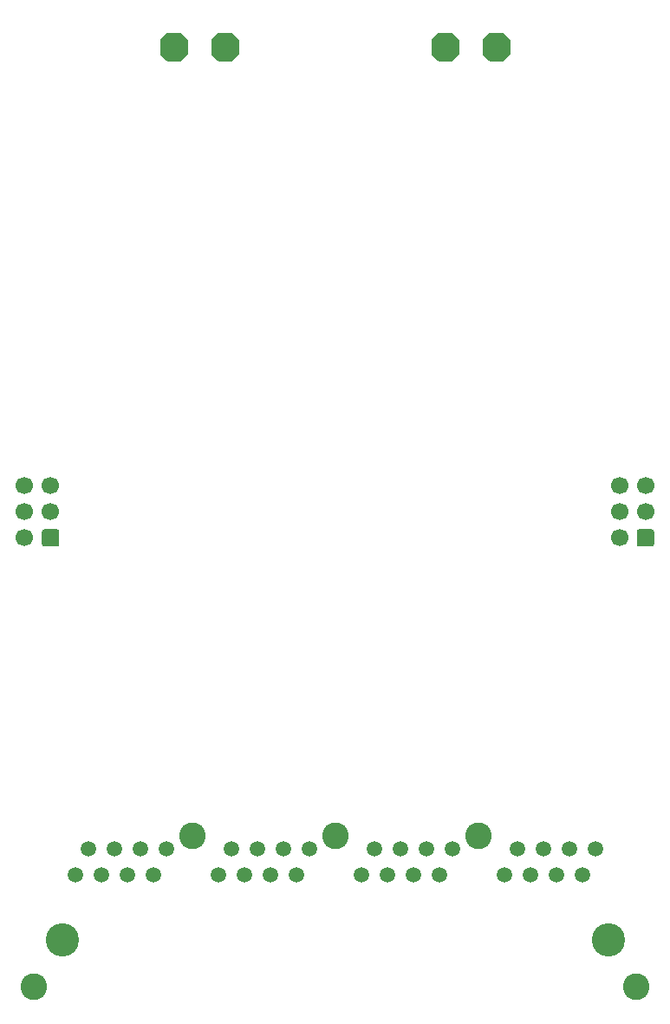
<source format=gbr>
G04 #@! TF.GenerationSoftware,KiCad,Pcbnew,6.0.11+dfsg-1*
G04 #@! TF.CreationDate,2023-11-01T17:04:38+00:00*
G04 #@! TF.ProjectId,Modular-I2C-4PxRJ45-Relay-Driver,4d6f6475-6c61-4722-9d49-32432d345078,rev?*
G04 #@! TF.SameCoordinates,Original*
G04 #@! TF.FileFunction,Soldermask,Bot*
G04 #@! TF.FilePolarity,Negative*
%FSLAX46Y46*%
G04 Gerber Fmt 4.6, Leading zero omitted, Abs format (unit mm)*
G04 Created by KiCad (PCBNEW 6.0.11+dfsg-1) date 2023-11-01 17:04:38*
%MOMM*%
%LPD*%
G01*
G04 APERTURE LIST*
%ADD10C,1.700000*%
%ADD11C,3.250000*%
%ADD12C,1.500000*%
%ADD13C,2.600000*%
G04 APERTURE END LIST*
G36*
G01*
X180768995Y-73231501D02*
X180768995Y-74431501D01*
G75*
G02*
X180518995Y-74681501I-250000J0D01*
G01*
X179318995Y-74681501D01*
G75*
G02*
X179068995Y-74431501I0J250000D01*
G01*
X179068995Y-73231501D01*
G75*
G02*
X179318995Y-72981501I250000J0D01*
G01*
X180518995Y-72981501D01*
G75*
G02*
X180768995Y-73231501I0J-250000D01*
G01*
G37*
D10*
X177378995Y-73831501D03*
X179918995Y-71291501D03*
X177378995Y-71291501D03*
X179918995Y-68751501D03*
X177378995Y-68751501D03*
G36*
X164674281Y-27255696D02*
G01*
X164662158Y-27245342D01*
X164027158Y-26610342D01*
X163998651Y-26554394D01*
X163997400Y-26538500D01*
X163997400Y-25268500D01*
X164016804Y-25208781D01*
X164027158Y-25196658D01*
X164662158Y-24561658D01*
X164718106Y-24533151D01*
X164734000Y-24531900D01*
X166004000Y-24531900D01*
X166063719Y-24551304D01*
X166075842Y-24561658D01*
X166710842Y-25196658D01*
X166739349Y-25252606D01*
X166740600Y-25268500D01*
X166740600Y-26538500D01*
X166721196Y-26598219D01*
X166710842Y-26610342D01*
X166075842Y-27245342D01*
X166019894Y-27273849D01*
X166004000Y-27275100D01*
X164734000Y-27275100D01*
X164674281Y-27255696D01*
G37*
G36*
X159674281Y-27255696D02*
G01*
X159662158Y-27245342D01*
X159027158Y-26610342D01*
X158998651Y-26554394D01*
X158997400Y-26538500D01*
X158997400Y-25268500D01*
X159016804Y-25208781D01*
X159027158Y-25196658D01*
X159662158Y-24561658D01*
X159718106Y-24533151D01*
X159734000Y-24531900D01*
X161004000Y-24531900D01*
X161063719Y-24551304D01*
X161075842Y-24561658D01*
X161710842Y-25196658D01*
X161739349Y-25252606D01*
X161740600Y-25268500D01*
X161740600Y-26538500D01*
X161721196Y-26598219D01*
X161710842Y-26610342D01*
X161075842Y-27245342D01*
X161019894Y-27273849D01*
X161004000Y-27275100D01*
X159734000Y-27275100D01*
X159674281Y-27255696D01*
G37*
G36*
G01*
X122669010Y-73231501D02*
X122669010Y-74431501D01*
G75*
G02*
X122419010Y-74681501I-250000J0D01*
G01*
X121219010Y-74681501D01*
G75*
G02*
X120969010Y-74431501I0J250000D01*
G01*
X120969010Y-73231501D01*
G75*
G02*
X121219010Y-72981501I250000J0D01*
G01*
X122419010Y-72981501D01*
G75*
G02*
X122669010Y-73231501I0J-250000D01*
G01*
G37*
X119279010Y-73831501D03*
X121819010Y-71291501D03*
X119279010Y-71291501D03*
X121819010Y-68751501D03*
X119279010Y-68751501D03*
G36*
X138174281Y-27255696D02*
G01*
X138162158Y-27245342D01*
X137527158Y-26610342D01*
X137498651Y-26554394D01*
X137497400Y-26538500D01*
X137497400Y-25268500D01*
X137516804Y-25208781D01*
X137527158Y-25196658D01*
X138162158Y-24561658D01*
X138218106Y-24533151D01*
X138234000Y-24531900D01*
X139504000Y-24531900D01*
X139563719Y-24551304D01*
X139575842Y-24561658D01*
X140210842Y-25196658D01*
X140239349Y-25252606D01*
X140240600Y-25268500D01*
X140240600Y-26538500D01*
X140221196Y-26598219D01*
X140210842Y-26610342D01*
X139575842Y-27245342D01*
X139519894Y-27273849D01*
X139504000Y-27275100D01*
X138234000Y-27275100D01*
X138174281Y-27255696D01*
G37*
G36*
X133174281Y-27255696D02*
G01*
X133162158Y-27245342D01*
X132527158Y-26610342D01*
X132498651Y-26554394D01*
X132497400Y-26538500D01*
X132497400Y-25268500D01*
X132516804Y-25208781D01*
X132527158Y-25196658D01*
X133162158Y-24561658D01*
X133218106Y-24533151D01*
X133234000Y-24531900D01*
X134504000Y-24531900D01*
X134563719Y-24551304D01*
X134575842Y-24561658D01*
X135210842Y-25196658D01*
X135239349Y-25252606D01*
X135240600Y-25268500D01*
X135240600Y-26538500D01*
X135221196Y-26598219D01*
X135210842Y-26610342D01*
X134575842Y-27245342D01*
X134519894Y-27273849D01*
X134504000Y-27275100D01*
X133234000Y-27275100D01*
X133174281Y-27255696D01*
G37*
D11*
X122936000Y-113042500D03*
X176276000Y-113042500D03*
D12*
X124206000Y-106692500D03*
X125476000Y-104152500D03*
X126746000Y-106692500D03*
X128016000Y-104152500D03*
X129286000Y-106692500D03*
X130556000Y-104152500D03*
X131826000Y-106692500D03*
X133096000Y-104152500D03*
X138176000Y-106692500D03*
X139446000Y-104152500D03*
X140716000Y-106692500D03*
X141986000Y-104152500D03*
X143256000Y-106692500D03*
X144526000Y-104152500D03*
X145796000Y-106692500D03*
X147066000Y-104152500D03*
X152146000Y-106692500D03*
X153416000Y-104152500D03*
X154686000Y-106692500D03*
X155956000Y-104152500D03*
X157226000Y-106692500D03*
X158496000Y-104152500D03*
X159766000Y-106692500D03*
X161036000Y-104152500D03*
X166116000Y-106692500D03*
X167386000Y-104152500D03*
X168656000Y-106692500D03*
X169926000Y-104152500D03*
X171196000Y-106692500D03*
X172466000Y-104152500D03*
X173736000Y-106692500D03*
X175006000Y-104152500D03*
D13*
X163576000Y-102882500D03*
X179006000Y-117612500D03*
X120206000Y-117612500D03*
X149606000Y-102882500D03*
X135636000Y-102882500D03*
M02*

</source>
